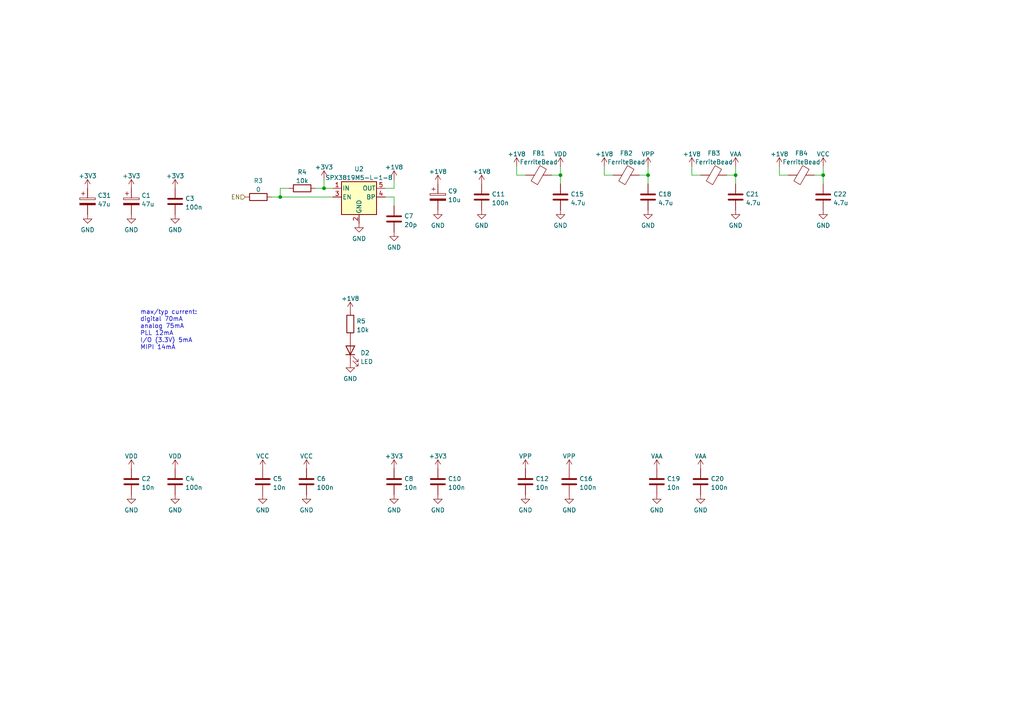
<source format=kicad_sch>
(kicad_sch (version 20230121) (generator eeschema)
  (paper "A4")
  (lib_symbols
    (symbol "Device:C" (pin_numbers hide) (pin_names (offset 0.254))
      (property "Reference" "C" (at 0.635 2.54 0))
      (property "Value" "C" (at 0.635 -2.54 0))
      (symbol "C_0_1"
        (polyline (pts (xy -2.032 -0.762) (xy 2.032 -0.762)) (stroke (width 0.508)))
        (polyline (pts (xy -2.032 0.762) (xy 2.032 0.762)) (stroke (width 0.508)))
      )
      (symbol "C_1_1"
        (pin passive line (at 0 3.81 270) (length 2.794) (name "~") (number "1"))
        (pin passive line (at 0 -3.81 90) (length 2.794) (name "~") (number "2"))
      )
    )
    (symbol "Device:C_Polarized" (pin_numbers hide) (pin_names (offset 0.254))
      (property "Reference" "C" (at 0.635 2.54 0))
      (property "Value" "C_Polarized" (at 0.635 -2.54 0))
      (symbol "C_Polarized_0_1"
        (rectangle (start -2.286 0.508) (end 2.286 1.016))
        (polyline (pts (xy -1.778 2.286) (xy -0.762 2.286)))
        (polyline (pts (xy -1.27 2.794) (xy -1.27 1.778)))
        (rectangle (start 2.286 -0.508) (end -2.286 -1.016) (fill (type outline)))
      )
      (symbol "C_Polarized_1_1"
        (pin passive line (at 0 3.81 270) (length 2.794) (name "~") (number "1"))
        (pin passive line (at 0 -3.81 90) (length 2.794) (name "~") (number "2"))
      )
    )
    (symbol "Device:FerriteBead" (pin_numbers hide) (pin_names (offset 0))
      (property "Reference" "FB" (at -3.81 0.635 90))
      (property "Value" "FerriteBead" (at 3.81 0 90))
      (symbol "FerriteBead_0_1"
        (polyline (pts (xy 0 -1.27) (xy 0 -1.2192)))
        (polyline (pts (xy 0 1.27) (xy 0 1.2954)))
        (polyline (pts (xy -2.7686 0.4064) (xy -1.7018 2.2606) (xy 2.7686 -0.3048) (xy 1.6764 -2.159) (xy -2.7686 0.4064)))
      )
      (symbol "FerriteBead_1_1"
        (pin passive line (at 0 3.81 270) (length 2.54) (name "~") (number "1"))
        (pin passive line (at 0 -3.81 90) (length 2.54) (name "~") (number "2"))
      )
    )
    (symbol "Device:LED" (pin_numbers hide) (pin_names (offset 1.016) hide)
      (property "Reference" "D" (at 0 2.54 0))
      (property "Value" "LED" (at 0 -2.54 0))
      (symbol "LED_0_1"
        (polyline (pts (xy -1.27 -1.27) (xy -1.27 1.27)) (stroke (width 0.254)))
        (polyline (pts (xy -1.27 0) (xy 1.27 0)))
        (polyline (pts (xy 1.27 -1.27) (xy 1.27 1.27) (xy -1.27 0) (xy 1.27 -1.27)) (stroke (width 0.254)))
        (polyline (pts (xy -3.048 -0.762) (xy -4.572 -2.286) (xy -3.81 -2.286) (xy -4.572 -2.286) (xy -4.572 -1.524)))
        (polyline (pts (xy -1.778 -0.762) (xy -3.302 -2.286) (xy -2.54 -2.286) (xy -3.302 -2.286) (xy -3.302 -1.524)))
      )
      (symbol "LED_1_1"
        (pin passive line (at -3.81 0 0) (length 2.54) (name "K") (number "1"))
        (pin passive line (at 3.81 0 180) (length 2.54) (name "A") (number "2"))
      )
    )
    (symbol "Device:R" (pin_numbers hide) (pin_names (offset 0))
      (property "Reference" "R" (at 2.032 0 90))
      (property "Value" "R" (at 0 0 90))
      (symbol "R_0_1"
        (rectangle (start -1.016 -2.54) (end 1.016 2.54) (stroke (width 0.254)))
      )
      (symbol "R_1_1"
        (pin passive line (at 0 3.81 270) (length 1.27) (name "~") (number "1"))
        (pin passive line (at 0 -3.81 90) (length 1.27) (name "~") (number "2"))
      )
    )
    (symbol "Regulator_Linear:SPX3819M5-L-1-8" (pin_names (offset 0.254))
      (property "Reference" "U" (at -3.81 5.715 0))
      (property "Value" "SPX3819M5-L-1-8" (at 0 5.715 0))
      (symbol "SPX3819M5-L-1-8_0_1"
        (rectangle (start -5.08 4.445) (end 5.08 -5.08) (stroke (width 0.254)) (fill (type background)))
      )
      (symbol "SPX3819M5-L-1-8_1_1"
        (pin power_in line (at -7.62 2.54 0) (length 2.54) (name "IN") (number "1"))
        (pin power_in line (at 0 -7.62 90) (length 2.54) (name "GND") (number "2"))
        (pin input line (at -7.62 0 0) (length 2.54) (name "EN") (number "3"))
        (pin input line (at 7.62 0 180) (length 2.54) (name "BP") (number "4"))
        (pin power_out line (at 7.62 2.54 180) (length 2.54) (name "OUT") (number "5"))
      )
    )
    (symbol "power:+1V8" (power) (pin_names (offset 0))
      (property "Value" "+1V8" (at 0 3.556 0))
      (symbol "+1V8_0_1"
        (polyline (pts (xy -0.762 1.27) (xy 0 2.54)))
        (polyline (pts (xy 0 0) (xy 0 2.54)))
        (polyline (pts (xy 0 2.54) (xy 0.762 1.27)))
      )
      (symbol "+1V8_1_1"
        (pin power_in line (at 0 0 90) (length 0) hide (name "+1V8") (number "1"))
      )
    )
    (symbol "power:+3V3" (power) (pin_names (offset 0))
      (property "Value" "+3V3" (at 0 3.556 0))
      (symbol "+3V3_0_1"
        (polyline (pts (xy -0.762 1.27) (xy 0 2.54)))
        (polyline (pts (xy 0 0) (xy 0 2.54)))
        (polyline (pts (xy 0 2.54) (xy 0.762 1.27)))
      )
      (symbol "+3V3_1_1"
        (pin power_in line (at 0 0 90) (length 0) hide (name "+3V3") (number "1"))
      )
    )
    (symbol "power:GND" (power) (pin_names (offset 0))
      (property "Value" "GND" (at 0 -3.81 0))
      (symbol "GND_0_1"
        (polyline (pts (xy 0 0) (xy 0 -1.27) (xy 1.27 -1.27) (xy 0 -2.54) (xy -1.27 -1.27) (xy 0 -1.27)))
      )
      (symbol "GND_1_1"
        (pin power_in line (at 0 0 270) (length 0) hide (name "GND") (number "1"))
      )
    )
    (symbol "power:VAA" (power) (pin_names (offset 0))
      (property "Value" "VAA" (at 0 3.81 0))
      (symbol "VAA_0_1"
        (polyline (pts (xy -0.762 1.27) (xy 0 2.54)))
        (polyline (pts (xy 0 0) (xy 0 2.54)))
        (polyline (pts (xy 0 2.54) (xy 0.762 1.27)))
      )
      (symbol "VAA_1_1"
        (pin power_in line (at 0 0 90) (length 0) hide (name "VAA") (number "1"))
      )
    )
    (symbol "power:VCC" (power) (pin_names (offset 0))
      (property "Value" "VCC" (at 0 3.81 0))
      (symbol "VCC_0_1"
        (polyline (pts (xy -0.762 1.27) (xy 0 2.54)))
        (polyline (pts (xy 0 0) (xy 0 2.54)))
        (polyline (pts (xy 0 2.54) (xy 0.762 1.27)))
      )
      (symbol "VCC_1_1"
        (pin power_in line (at 0 0 90) (length 0) hide (name "VCC") (number "1"))
      )
    )
    (symbol "power:VDD" (power) (pin_names (offset 0))
      (property "Value" "VDD" (at 0 3.81 0))
      (symbol "VDD_0_1"
        (polyline (pts (xy -0.762 1.27) (xy 0 2.54)))
        (polyline (pts (xy 0 0) (xy 0 2.54)))
        (polyline (pts (xy 0 2.54) (xy 0.762 1.27)))
      )
      (symbol "VDD_1_1"
        (pin power_in line (at 0 0 90) (length 0) hide (name "VDD") (number "1"))
      )
    )
    (symbol "power:VPP" (power) (pin_names (offset 0))
      (property "Value" "VPP" (at 0 3.81 0))
      (symbol "VPP_0_1"
        (polyline (pts (xy -0.762 1.27) (xy 0 2.54)))
        (polyline (pts (xy 0 0) (xy 0 2.54)))
        (polyline (pts (xy 0 2.54) (xy 0.762 1.27)))
      )
      (symbol "VPP_1_1"
        (pin power_in line (at 0 0 90) (length 0) hide (name "VPP") (number "1"))
      )
    )
  )
  (junction (at 213.36 50.8))
  (junction (at 187.96 50.8))
  (junction (at 238.76 50.8))
  (junction (at 93.98 54.61))
  (junction (at 81.28 57.15))
  (junction (at 162.56 50.8))
  (wire (pts (xy 213.36 50.8) (xy 213.36 53.34)))
  (wire (pts (xy 111.76 57.15) (xy 114.3 57.15)))
  (wire (pts (xy 185.42 50.8) (xy 187.96 50.8)))
  (wire (pts (xy 210.82 50.8) (xy 213.36 50.8)))
  (wire (pts (xy 162.56 48.26) (xy 162.56 50.8)))
  (wire (pts (xy 91.44 54.61) (xy 93.98 54.61)))
  (wire (pts (xy 238.76 48.26) (xy 238.76 50.8)))
  (wire (pts (xy 114.3 54.61) (xy 114.3 52.07)))
  (wire (pts (xy 236.22 50.8) (xy 238.76 50.8)))
  (wire (pts (xy 226.06 48.26) (xy 226.06 50.8)))
  (wire (pts (xy 200.66 48.26) (xy 200.66 50.8)))
  (wire (pts (xy 149.86 48.26) (xy 149.86 50.8)))
  (wire (pts (xy 81.28 54.61) (xy 81.28 57.15)))
  (wire (pts (xy 175.26 48.26) (xy 175.26 50.8)))
  (wire (pts (xy 149.86 50.8) (xy 152.4 50.8)))
  (wire (pts (xy 187.96 50.8) (xy 187.96 53.34)))
  (wire (pts (xy 93.98 54.61) (xy 96.52 54.61)))
  (wire (pts (xy 160.02 50.8) (xy 162.56 50.8)))
  (wire (pts (xy 213.36 48.26) (xy 213.36 50.8)))
  (wire (pts (xy 81.28 57.15) (xy 78.74 57.15)))
  (wire (pts (xy 114.3 57.15) (xy 114.3 59.69)))
  (wire (pts (xy 175.26 50.8) (xy 177.8 50.8)))
  (wire (pts (xy 162.56 50.8) (xy 162.56 53.34)))
  (wire (pts (xy 226.06 50.8) (xy 228.6 50.8)))
  (wire (pts (xy 96.52 57.15) (xy 81.28 57.15)))
  (wire (pts (xy 187.96 48.26) (xy 187.96 50.8)))
  (wire (pts (xy 93.98 52.07) (xy 93.98 54.61)))
  (wire (pts (xy 111.76 54.61) (xy 114.3 54.61)))
  (wire (pts (xy 238.76 50.8) (xy 238.76 53.34)))
  (wire (pts (xy 200.66 50.8) (xy 203.2 50.8)))
  (wire (pts (xy 83.82 54.61) (xy 81.28 54.61)))
  (text "max/typ current:\ndigital 70mA\nanalog 75mA\nPLL 12mA\nI/O (3.3V) 5mA\nMIPI 14mA" (at 40.64 101.6 0) (effects (font (size 1.27 1.27)) (justify left bottom)))
  (hierarchical_label "EN" (shape input) (at 71.12 57.15 180))
  (symbol (lib_id "power:+1V8") (at 200.66 48.26 0) (unit 1)
    (property "Reference" "#PWR0141" (effects hide))
    (property "Value" "+1V8" (at 200.66 44.6842 0))
  )
  (symbol (lib_id "Device:C") (at 238.76 57.15 180) (unit 1)
    (property "Reference" "C22" (at 241.681 56.3153 0) (effects (justify right)))
    (property "Value" "4.7u" (at 241.681 58.8522 0) (effects (justify right)))
    (property "Footprint" "Capacitor_SMD:C_0603_1608Metric" (effects hide))
  )
  (symbol (lib_id "power:GND") (at 139.7 60.96 0) (unit 1)
    (property "Reference" "#PWR0165" (effects hide))
    (property "Value" "GND" (at 139.7 65.4034 0))
  )
  (symbol (lib_id "power:VPP") (at 187.96 48.26 0) (unit 1)
    (property "Reference" "#PWR0140" (effects hide))
    (property "Value" "VPP" (at 187.96 44.6842 0))
  )
  (symbol (lib_id "power:VAA") (at 213.36 48.26 0) (unit 1)
    (property "Reference" "#PWR0107" (effects hide))
    (property "Value" "VAA" (at 213.36 44.6842 0))
  )
  (symbol (lib_id "power:GND") (at 38.1 62.23 0) (unit 1)
    (property "Reference" "#PWR0162" (effects hide))
    (property "Value" "GND" (at 38.1 66.6734 0))
  )
  (symbol (lib_id "power:GND") (at 101.6 105.41 0) (unit 1)
    (property "Reference" "#PWR0158" (effects hide))
    (property "Value" "GND" (at 101.6 109.8534 0))
  )
  (symbol (lib_id "power:+1V8") (at 127 53.34 0) (unit 1)
    (property "Reference" "#PWR0166" (effects hide))
    (property "Value" "+1V8" (at 127 49.7642 0))
  )
  (symbol (lib_id "power:GND") (at 114.3 143.51 0) (unit 1)
    (property "Reference" "#PWR0154" (effects hide))
    (property "Value" "GND" (at 114.3 147.9534 0))
  )
  (symbol (lib_id "power:GND") (at 190.5 143.51 0) (unit 1)
    (property "Reference" "#PWR0120" (effects hide))
    (property "Value" "GND" (at 190.5 147.9534 0))
  )
  (symbol (lib_id "power:GND") (at 152.4 143.51 0) (unit 1)
    (property "Reference" "#PWR0111" (effects hide))
    (property "Value" "GND" (at 152.4 147.9534 0))
  )
  (symbol (lib_id "power:VCC") (at 76.2 135.89 0) (unit 1)
    (property "Reference" "#PWR0145" (effects hide))
    (property "Value" "VCC" (at 76.2 132.3142 0))
  )
  (symbol (lib_id "power:VAA") (at 203.2 135.89 0) (unit 1)
    (property "Reference" "#PWR0122" (effects hide))
    (property "Value" "VAA" (at 203.2 132.3142 0))
  )
  (symbol (lib_id "power:GND") (at 88.9 143.51 0) (unit 1)
    (property "Reference" "#PWR0143" (effects hide))
    (property "Value" "GND" (at 88.9 147.9534 0))
  )
  (symbol (lib_id "power:GND") (at 165.1 143.51 0) (unit 1)
    (property "Reference" "#PWR0108" (effects hide))
    (property "Value" "GND" (at 165.1 147.9534 0))
  )
  (symbol (lib_id "power:+1V8") (at 226.06 48.26 0) (unit 1)
    (property "Reference" "#PWR0133" (effects hide))
    (property "Value" "+1V8" (at 226.06 44.6842 0))
  )
  (symbol (lib_id "power:+3V3") (at 127 135.89 0) (unit 1)
    (property "Reference" "#PWR0155" (effects hide))
    (property "Value" "+3V3" (at 127 132.3142 0))
  )
  (symbol (lib_id "Device:C") (at 165.1 139.7 0) (unit 1)
    (property "Reference" "C16" (at 168.021 138.8653 0) (effects (justify left)))
    (property "Value" "100n" (at 168.021 141.4022 0) (effects (justify left)))
    (property "Footprint" "Capacitor_SMD:C_0402_1005Metric" (effects hide))
  )
  (symbol (lib_id "power:GND") (at 25.4 62.23 0) (unit 1)
    (property "Reference" "#PWR0179" (effects hide))
    (property "Value" "GND" (at 25.4 66.6734 0))
  )
  (symbol (lib_id "power:+1V8") (at 139.7 53.34 0) (unit 1)
    (property "Reference" "#PWR0167" (effects hide))
    (property "Value" "+1V8" (at 139.7 49.7642 0))
  )
  (symbol (lib_id "Device:C") (at 50.8 58.42 180) (unit 1)
    (property "Reference" "C3" (at 53.721 57.5853 0) (effects (justify right)))
    (property "Value" "100n" (at 53.721 60.1222 0) (effects (justify right)))
    (property "Footprint" "Capacitor_SMD:C_0603_1608Metric" (effects hide))
  )
  (symbol (lib_id "Device:C") (at 162.56 57.15 180) (unit 1)
    (property "Reference" "C15" (at 165.481 56.3153 0) (effects (justify right)))
    (property "Value" "4.7u" (at 165.481 58.8522 0) (effects (justify right)))
    (property "Footprint" "Capacitor_SMD:C_0603_1608Metric" (effects hide))
  )
  (symbol (lib_id "Device:FerriteBead") (at 207.01 50.8 270) (unit 1)
    (property "Reference" "FB3" (at 207.0608 44.4586 90))
    (property "Value" "FerriteBead" (at 207.0608 46.9955 90))
    (property "Footprint" "Inductor_SMD:L_0603_1608Metric" (effects hide))
  )
  (symbol (lib_id "power:+3V3") (at 38.1 54.61 0) (unit 1)
    (property "Reference" "#PWR0147" (effects hide))
    (property "Value" "+3V3" (at 38.1 51.0342 0))
  )
  (symbol (lib_id "Regulator_Linear:SPX3819M5-L-1-8") (at 104.14 57.15 0) (unit 1)
    (property "Reference" "U2" (at 104.14 49.0052 0))
    (property "Value" "SPX3819M5-L-1-8" (at 104.14 51.5421 0))
    (property "Footprint" "Package_TO_SOT_SMD:SOT-23-5" (effects hide))
    (property "Datasheet" "https://www.exar.com/content/document.ashx?id=22106&languageid=1033&type=Datasheet&partnumber=SPX3819&filename=SPX3819.pdf&part=SPX3819" (effects hide))
  )
  (symbol (lib_id "power:+1V8") (at 101.6 90.17 0) (unit 1)
    (property "Reference" "#PWR0160" (effects hide))
    (property "Value" "+1V8" (at 101.6 86.5942 0))
  )
  (symbol (lib_id "Device:C") (at 139.7 57.15 180) (unit 1)
    (property "Reference" "C11" (at 142.621 56.3153 0) (effects (justify right)))
    (property "Value" "100n" (at 142.621 58.8522 0) (effects (justify right)))
    (property "Footprint" "Capacitor_SMD:C_0603_1608Metric" (effects hide))
  )
  (symbol (lib_id "power:GND") (at 187.96 60.96 0) (unit 1)
    (property "Reference" "#PWR0139" (effects hide))
    (property "Value" "GND" (at 187.96 65.4034 0))
  )
  (symbol (lib_id "Device:C") (at 114.3 139.7 0) (unit 1)
    (property "Reference" "C8" (at 117.221 138.8653 0) (effects (justify left)))
    (property "Value" "10n" (at 117.221 141.4022 0) (effects (justify left)))
    (property "Footprint" "Capacitor_SMD:C_0402_1005Metric" (effects hide))
  )
  (symbol (lib_id "power:GND") (at 76.2 143.51 0) (unit 1)
    (property "Reference" "#PWR0144" (effects hide))
    (property "Value" "GND" (at 76.2 147.9534 0))
  )
  (symbol (lib_id "Device:C") (at 187.96 57.15 180) (unit 1)
    (property "Reference" "C18" (at 190.881 56.3153 0) (effects (justify right)))
    (property "Value" "4.7u" (at 190.881 58.8522 0) (effects (justify right)))
    (property "Footprint" "Capacitor_SMD:C_0603_1608Metric" (effects hide))
  )
  (symbol (lib_id "Device:C") (at 190.5 139.7 0) (unit 1)
    (property "Reference" "C19" (at 193.421 138.8653 0) (effects (justify left)))
    (property "Value" "10n" (at 193.421 141.4022 0) (effects (justify left)))
    (property "Footprint" "Capacitor_SMD:C_0402_1005Metric" (effects hide))
  )
  (symbol (lib_id "power:+3V3") (at 50.8 54.61 0) (unit 1)
    (property "Reference" "#PWR0148" (effects hide))
    (property "Value" "+3V3" (at 50.8 51.0342 0))
  )
  (symbol (lib_id "power:GND") (at 50.8 143.51 0) (unit 1)
    (property "Reference" "#PWR0150" (effects hide))
    (property "Value" "GND" (at 50.8 147.9534 0))
  )
  (symbol (lib_id "power:VCC") (at 88.9 135.89 0) (unit 1)
    (property "Reference" "#PWR0146" (effects hide))
    (property "Value" "VCC" (at 88.9 132.3142 0))
  )
  (symbol (lib_id "power:+1V8") (at 149.86 48.26 0) (unit 1)
    (property "Reference" "#PWR0142" (effects hide))
    (property "Value" "+1V8" (at 149.86 44.6842 0))
  )
  (symbol (lib_id "power:GND") (at 50.8 62.23 0) (unit 1)
    (property "Reference" "#PWR0161" (effects hide))
    (property "Value" "GND" (at 50.8 66.6734 0))
  )
  (symbol (lib_id "power:GND") (at 127 143.51 0) (unit 1)
    (property "Reference" "#PWR0156" (effects hide))
    (property "Value" "GND" (at 127 147.9534 0))
  )
  (symbol (lib_id "power:GND") (at 213.36 60.96 0) (unit 1)
    (property "Reference" "#PWR0106" (effects hide))
    (property "Value" "GND" (at 213.36 65.4034 0))
  )
  (symbol (lib_id "power:+1V8") (at 114.3 52.07 0) (unit 1)
    (property "Reference" "#PWR0169" (effects hide))
    (property "Value" "+1V8" (at 114.3 48.4942 0))
  )
  (symbol (lib_id "power:GND") (at 203.2 143.51 0) (unit 1)
    (property "Reference" "#PWR0121" (effects hide))
    (property "Value" "GND" (at 203.2 147.9534 0))
  )
  (symbol (lib_id "power:VPP") (at 165.1 135.89 0) (unit 1)
    (property "Reference" "#PWR0110" (effects hide))
    (property "Value" "VPP" (at 165.1 132.3142 0))
  )
  (symbol (lib_id "Device:C") (at 203.2 139.7 0) (unit 1)
    (property "Reference" "C20" (at 206.121 138.8653 0) (effects (justify left)))
    (property "Value" "100n" (at 206.121 141.4022 0) (effects (justify left)))
    (property "Footprint" "Capacitor_SMD:C_0402_1005Metric" (effects hide))
  )
  (symbol (lib_id "Device:C") (at 213.36 57.15 180) (unit 1)
    (property "Reference" "C21" (at 216.281 56.3153 0) (effects (justify right)))
    (property "Value" "4.7u" (at 216.281 58.8522 0) (effects (justify right)))
    (property "Footprint" "Capacitor_SMD:C_0603_1608Metric" (effects hide))
  )
  (symbol (lib_id "Device:C") (at 152.4 139.7 0) (unit 1)
    (property "Reference" "C12" (at 155.321 138.8653 0) (effects (justify left)))
    (property "Value" "10n" (at 155.321 141.4022 0) (effects (justify left)))
    (property "Footprint" "Capacitor_SMD:C_0402_1005Metric" (effects hide))
  )
  (symbol (lib_id "power:+3V3") (at 25.4 54.61 0) (unit 1)
    (property "Reference" "#PWR0177" (effects hide))
    (property "Value" "+3V3" (at 25.4 51.0342 0))
  )
  (symbol (lib_id "Device:LED") (at 101.6 101.6 90) (unit 1)
    (property "Reference" "D2" (at 104.521 102.3528 90) (effects (justify right)))
    (property "Value" "LED" (at 104.521 104.8897 90) (effects (justify right)))
    (property "Footprint" "LED_SMD:LED_0603_1608Metric" (effects hide))
  )
  (symbol (lib_id "Device:C_Polarized") (at 38.1 58.42 0) (unit 1)
    (property "Reference" "C1" (at 41.021 56.6963 0) (effects (justify left)))
    (property "Value" "47u" (at 41.021 59.2332 0) (effects (justify left)))
    (property "Footprint" "Capacitor_Tantalum_SMD:CP_EIA-2012-15_AVX-P" (effects hide))
  )
  (symbol (lib_id "power:VCC") (at 238.76 48.26 0) (unit 1)
    (property "Reference" "#PWR0132" (effects hide))
    (property "Value" "VCC" (at 238.76 44.6842 0))
  )
  (symbol (lib_id "Device:C") (at 114.3 63.5 180) (unit 1)
    (property "Reference" "C7" (at 117.221 62.6653 0) (effects (justify right)))
    (property "Value" "20p" (at 117.221 65.2022 0) (effects (justify right)))
    (property "Footprint" "Capacitor_SMD:C_0603_1608Metric" (effects hide))
  )
  (symbol (lib_id "power:+1V8") (at 175.26 48.26 0) (unit 1)
    (property "Reference" "#PWR0135" (effects hide))
    (property "Value" "+1V8" (at 175.26 44.6842 0))
  )
  (symbol (lib_id "power:+3V3") (at 93.98 52.07 0) (unit 1)
    (property "Reference" "#PWR0168" (effects hide))
    (property "Value" "+3V3" (at 93.98 48.4942 0))
  )
  (symbol (lib_id "power:GND") (at 162.56 60.96 0) (unit 1)
    (property "Reference" "#PWR0138" (effects hide))
    (property "Value" "GND" (at 162.56 65.4034 0))
  )
  (symbol (lib_id "power:VDD") (at 162.56 48.26 0) (unit 1)
    (property "Reference" "#PWR0137" (effects hide))
    (property "Value" "VDD" (at 162.56 44.6842 0))
  )
  (symbol (lib_id "power:GND") (at 114.3 67.31 0) (unit 1)
    (property "Reference" "#PWR0157" (effects hide))
    (property "Value" "GND" (at 114.3 71.7534 0))
  )
  (symbol (lib_id "power:GND") (at 127 60.96 0) (unit 1)
    (property "Reference" "#PWR0163" (effects hide))
    (property "Value" "GND" (at 127 65.4034 0))
  )
  (symbol (lib_id "Device:C") (at 50.8 139.7 0) (unit 1)
    (property "Reference" "C4" (at 53.721 138.8653 0) (effects (justify left)))
    (property "Value" "100n" (at 53.721 141.4022 0) (effects (justify left)))
    (property "Footprint" "Capacitor_SMD:C_0402_1005Metric" (effects hide))
  )
  (symbol (lib_id "Device:C") (at 38.1 139.7 0) (unit 1)
    (property "Reference" "C2" (at 41.021 138.8653 0) (effects (justify left)))
    (property "Value" "10n" (at 41.021 141.4022 0) (effects (justify left)))
    (property "Footprint" "Capacitor_SMD:C_0402_1005Metric" (effects hide))
  )
  (symbol (lib_id "power:GND") (at 104.14 64.77 0) (unit 1)
    (property "Reference" "#PWR0159" (effects hide))
    (property "Value" "GND" (at 104.14 69.2134 0))
  )
  (symbol (lib_id "power:GND") (at 38.1 143.51 0) (unit 1)
    (property "Reference" "#PWR0151" (effects hide))
    (property "Value" "GND" (at 38.1 147.9534 0))
  )
  (symbol (lib_id "Device:C") (at 127 139.7 0) (unit 1)
    (property "Reference" "C10" (at 129.921 138.8653 0) (effects (justify left)))
    (property "Value" "100n" (at 129.921 141.4022 0) (effects (justify left)))
    (property "Footprint" "Capacitor_SMD:C_0402_1005Metric" (effects hide))
  )
  (symbol (lib_id "Device:FerriteBead") (at 156.21 50.8 270) (unit 1)
    (property "Reference" "FB1" (at 156.2608 44.4586 90))
    (property "Value" "FerriteBead" (at 156.2608 46.9955 90))
    (property "Footprint" "Inductor_SMD:L_0603_1608Metric" (effects hide))
  )
  (symbol (lib_id "power:+3V3") (at 114.3 135.89 0) (unit 1)
    (property "Reference" "#PWR0153" (effects hide))
    (property "Value" "+3V3" (at 114.3 132.3142 0))
  )
  (symbol (lib_id "Device:C") (at 76.2 139.7 0) (unit 1)
    (property "Reference" "C5" (at 79.121 138.8653 0) (effects (justify left)))
    (property "Value" "10n" (at 79.121 141.4022 0) (effects (justify left)))
    (property "Footprint" "Capacitor_SMD:C_0402_1005Metric" (effects hide))
  )
  (symbol (lib_id "power:VAA") (at 190.5 135.89 0) (unit 1)
    (property "Reference" "#PWR0112" (effects hide))
    (property "Value" "VAA" (at 190.5 132.3142 0))
  )
  (symbol (lib_id "power:VDD") (at 50.8 135.89 0) (unit 1)
    (property "Reference" "#PWR0152" (effects hide))
    (property "Value" "VDD" (at 50.8 132.3142 0))
  )
  (symbol (lib_id "Device:R") (at 87.63 54.61 90) (unit 1)
    (property "Reference" "R4" (at 87.63 49.8942 90))
    (property "Value" "10k" (at 87.63 52.4311 90))
    (property "Footprint" "Resistor_SMD:R_0603_1608Metric" (effects hide))
  )
  (symbol (lib_id "Device:R") (at 74.93 57.15 90) (unit 1)
    (property "Reference" "R3" (at 74.93 52.4342 90))
    (property "Value" "0" (at 74.93 54.9711 90))
    (property "Footprint" "Resistor_SMD:R_0603_1608Metric" (effects hide))
  )
  (symbol (lib_id "Device:FerriteBead") (at 181.61 50.8 270) (unit 1)
    (property "Reference" "FB2" (at 181.6608 44.4586 90))
    (property "Value" "FerriteBead" (at 181.6608 46.9955 90))
    (property "Footprint" "Inductor_SMD:L_0603_1608Metric" (effects hide))
  )
  (symbol (lib_id "power:VPP") (at 152.4 135.89 0) (unit 1)
    (property "Reference" "#PWR0109" (effects hide))
    (property "Value" "VPP" (at 152.4 132.3142 0))
  )
  (symbol (lib_id "Device:FerriteBead") (at 232.41 50.8 270) (unit 1)
    (property "Reference" "FB4" (at 232.4608 44.4586 90))
    (property "Value" "FerriteBead" (at 232.4608 46.9955 90))
    (property "Footprint" "Inductor_SMD:L_0603_1608Metric" (effects hide))
  )
  (symbol (lib_id "power:GND") (at 238.76 60.96 0) (unit 1)
    (property "Reference" "#PWR0123" (effects hide))
    (property "Value" "GND" (at 238.76 65.4034 0))
  )
  (symbol (lib_id "power:VDD") (at 38.1 135.89 0) (unit 1)
    (property "Reference" "#PWR0149" (effects hide))
    (property "Value" "VDD" (at 38.1 132.3142 0))
  )
  (symbol (lib_id "Device:C_Polarized") (at 127 57.15 0) (unit 1)
    (property "Reference" "C9" (at 129.921 55.4263 0) (effects (justify left)))
    (property "Value" "10u" (at 129.921 57.9632 0) (effects (justify left)))
    (property "Footprint" "Capacitor_Tantalum_SMD:CP_EIA-1608-08_AVX-J" (effects hide))
  )
  (symbol (lib_id "Device:R") (at 101.6 93.98 180) (unit 1)
    (property "Reference" "R5" (at 103.378 93.1453 0) (effects (justify right)))
    (property "Value" "10k" (at 103.378 95.6822 0) (effects (justify right)))
    (property "Footprint" "Resistor_SMD:R_0603_1608Metric" (effects hide))
  )
  (symbol (lib_id "Device:C_Polarized") (at 25.4 58.42 0) (unit 1)
    (property "Reference" "C31" (at 28.321 56.6963 0) (effects (justify left)))
    (property "Value" "47u" (at 28.321 59.2332 0) (effects (justify left)))
    (property "Footprint" "Capacitor_THT:CP_Radial_D6.3mm_P2.50mm" (effects hide))
  )
  (symbol (lib_id "Device:C") (at 88.9 139.7 0) (unit 1)
    (property "Reference" "C6" (at 91.821 138.8653 0) (effects (justify left)))
    (property "Value" "100n" (at 91.821 141.4022 0) (effects (justify left)))
    (property "Footprint" "Capacitor_SMD:C_0402_1005Metric" (effects hide))
  )
)
</source>
